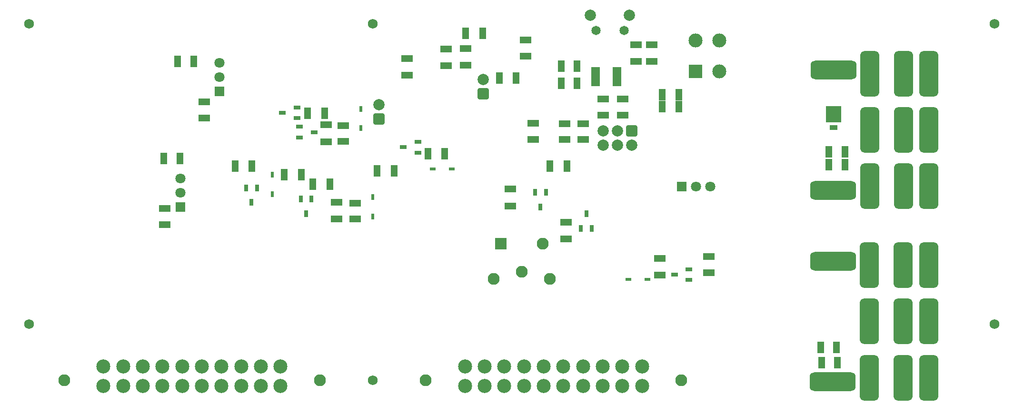
<source format=gbs>
G04*
G04 #@! TF.GenerationSoftware,Altium Limited,Altium Designer,19.0.10 (269)*
G04*
G04 Layer_Color=16711935*
%FSLAX44Y44*%
%MOMM*%
G71*
G01*
G75*
%ADD43R,2.0032X1.2532*%
%ADD51R,1.2332X2.0732*%
%ADD52R,1.2532X2.0032*%
%ADD53R,1.2032X0.8032*%
%ADD54R,0.8032X1.2032*%
%ADD58R,2.7432X2.8732*%
%ADD59R,1.4732X0.9652*%
%ADD63R,2.0732X1.2332*%
G04:AMPARAMS|DCode=66|XSize=3.4032mm|YSize=8.2032mm|CornerRadius=0.9016mm|HoleSize=0mm|Usage=FLASHONLY|Rotation=270.000|XOffset=0mm|YOffset=0mm|HoleType=Round|Shape=RoundedRectangle|*
%AMROUNDEDRECTD66*
21,1,3.4032,6.4000,0,0,270.0*
21,1,1.6000,8.2032,0,0,270.0*
1,1,1.8032,-3.2000,-0.8000*
1,1,1.8032,-3.2000,0.8000*
1,1,1.8032,3.2000,0.8000*
1,1,1.8032,3.2000,-0.8000*
%
%ADD66ROUNDEDRECTD66*%
G04:AMPARAMS|DCode=67|XSize=3.4032mm|YSize=8.2032mm|CornerRadius=0.9016mm|HoleSize=0mm|Usage=FLASHONLY|Rotation=0.000|XOffset=0mm|YOffset=0mm|HoleType=Round|Shape=RoundedRectangle|*
%AMROUNDEDRECTD67*
21,1,3.4032,6.4000,0,0,0.0*
21,1,1.6000,8.2032,0,0,0.0*
1,1,1.8032,0.8000,-3.2000*
1,1,1.8032,-0.8000,-3.2000*
1,1,1.8032,-0.8000,3.2000*
1,1,1.8032,0.8000,3.2000*
%
%ADD67ROUNDEDRECTD67*%
%ADD68C,2.0032*%
G04:AMPARAMS|DCode=69|XSize=2.0032mm|YSize=2.0032mm|CornerRadius=0.3266mm|HoleSize=0mm|Usage=FLASHONLY|Rotation=180.000|XOffset=0mm|YOffset=0mm|HoleType=Round|Shape=RoundedRectangle|*
%AMROUNDEDRECTD69*
21,1,2.0032,1.3500,0,0,180.0*
21,1,1.3500,2.0032,0,0,180.0*
1,1,0.6532,-0.6750,0.6750*
1,1,0.6532,0.6750,0.6750*
1,1,0.6532,0.6750,-0.6750*
1,1,0.6532,-0.6750,-0.6750*
%
%ADD69ROUNDEDRECTD69*%
%ADD70R,1.8032X1.8032*%
%ADD71C,1.8032*%
%ADD72C,2.5032*%
%ADD73C,2.1032*%
%ADD74R,2.4892X2.4892*%
%ADD75C,2.4892*%
G04:AMPARAMS|DCode=76|XSize=2.0032mm|YSize=2.0032mm|CornerRadius=0.3266mm|HoleSize=0mm|Usage=FLASHONLY|Rotation=90.000|XOffset=0mm|YOffset=0mm|HoleType=Round|Shape=RoundedRectangle|*
%AMROUNDEDRECTD76*
21,1,2.0032,1.3500,0,0,90.0*
21,1,1.3500,2.0032,0,0,90.0*
1,1,0.6532,0.6750,0.6750*
1,1,0.6532,0.6750,-0.6750*
1,1,0.6532,-0.6750,-0.6750*
1,1,0.6532,-0.6750,0.6750*
%
%ADD76ROUNDEDRECTD76*%
%ADD77C,1.6532*%
%ADD78C,1.7272*%
%ADD79R,2.1032X2.1032*%
%ADD80R,1.8032X1.8032*%
%ADD114R,1.1112X0.6008*%
%ADD115R,0.6008X1.1112*%
%ADD116R,1.6032X3.5032*%
D43*
X1056386Y746746D02*
D03*
Y776746D02*
D03*
X957326Y805510D02*
D03*
Y835510D02*
D03*
X1180846Y1092530D02*
D03*
Y1062530D02*
D03*
X1208786D02*
D03*
Y1092530D02*
D03*
X877316Y1085940D02*
D03*
Y1055940D02*
D03*
X843026Y1084670D02*
D03*
Y1054670D02*
D03*
X773176Y1067920D02*
D03*
Y1037920D02*
D03*
X647700Y812306D02*
D03*
Y782306D02*
D03*
X1222756Y712560D02*
D03*
Y682560D02*
D03*
X629666Y949810D02*
D03*
Y919810D02*
D03*
D51*
X1538708Y527050D02*
D03*
X1510308D02*
D03*
X1552000Y878602D02*
D03*
X1523600D02*
D03*
X1508784Y553466D02*
D03*
X1537184D02*
D03*
X1523600Y901602D02*
D03*
X1552000D02*
D03*
X369292Y889762D02*
D03*
X340892D02*
D03*
X393930Y1062990D02*
D03*
X365530D02*
D03*
X1075666Y1054430D02*
D03*
X1047266D02*
D03*
X1075666Y1023950D02*
D03*
X1047266D02*
D03*
D52*
X1256806Y982040D02*
D03*
X1226806D02*
D03*
X750076Y867740D02*
D03*
X720076D02*
D03*
X554976Y861390D02*
D03*
X584976D02*
D03*
X1226806Y1003630D02*
D03*
X1256806D02*
D03*
X810486Y898220D02*
D03*
X840486D02*
D03*
X467586Y876630D02*
D03*
X497586D02*
D03*
X605776Y843850D02*
D03*
X635776D02*
D03*
X596378Y970026D02*
D03*
X626378D02*
D03*
X907556Y1112850D02*
D03*
X877556D02*
D03*
X1027670Y876808D02*
D03*
X1057670D02*
D03*
X967246Y1032840D02*
D03*
X937246D02*
D03*
D53*
X766734Y909980D02*
D03*
X792734Y919480D02*
D03*
Y900480D02*
D03*
X1248872Y683514D02*
D03*
X1274872Y693014D02*
D03*
Y674014D02*
D03*
X608122Y936752D02*
D03*
X582122Y927252D02*
D03*
Y946252D02*
D03*
X551642Y971042D02*
D03*
X577642Y980542D02*
D03*
Y961542D02*
D03*
D54*
X506172Y837692D02*
D03*
X487172D02*
D03*
X496672Y811692D02*
D03*
X1092200Y791510D02*
D03*
X1101700Y765510D02*
D03*
X1082700D02*
D03*
X1010666Y803610D02*
D03*
X1001166Y829610D02*
D03*
X1020166D02*
D03*
X593598Y791926D02*
D03*
X584098Y817926D02*
D03*
X603098D02*
D03*
D58*
X1531800Y968587D02*
D03*
D59*
Y945077D02*
D03*
D63*
X412242Y990292D02*
D03*
Y961892D02*
D03*
X680974Y782344D02*
D03*
Y810744D02*
D03*
X1309624Y687094D02*
D03*
Y715494D02*
D03*
X660146Y920280D02*
D03*
Y948680D02*
D03*
X341884Y800734D02*
D03*
Y772334D02*
D03*
X983996Y1100380D02*
D03*
Y1071980D02*
D03*
X1121966Y967160D02*
D03*
Y995560D02*
D03*
X1156716Y967160D02*
D03*
Y995560D02*
D03*
X997458Y924076D02*
D03*
Y952476D02*
D03*
X1086866Y923390D02*
D03*
Y951790D02*
D03*
X1053846D02*
D03*
Y923390D02*
D03*
D66*
X1530550Y492967D02*
D03*
X1531050Y706967D02*
D03*
X1531800Y1047602D02*
D03*
X1531300Y833602D02*
D03*
D67*
X1595050Y499967D02*
D03*
Y599967D02*
D03*
Y699967D02*
D03*
X1655800Y499967D02*
D03*
Y599967D02*
D03*
Y699967D02*
D03*
X1700800Y499967D02*
D03*
Y599967D02*
D03*
Y699967D02*
D03*
X1701550Y1040602D02*
D03*
Y940602D02*
D03*
Y840602D02*
D03*
X1656550Y1040602D02*
D03*
Y940602D02*
D03*
Y840602D02*
D03*
X1595800Y1040602D02*
D03*
Y940602D02*
D03*
Y840602D02*
D03*
D68*
X1173226Y913460D02*
D03*
X1147826Y938860D02*
D03*
X1122426D02*
D03*
Y913460D02*
D03*
X1147826D02*
D03*
X909066Y1030300D02*
D03*
X1099016Y1144600D02*
D03*
X1169016D02*
D03*
X723646Y985850D02*
D03*
D69*
X1173226Y938860D02*
D03*
D70*
X1262126Y839800D02*
D03*
D71*
X1287526D02*
D03*
X1312926D02*
D03*
X369824Y854202D02*
D03*
Y828802D02*
D03*
X439420Y1059942D02*
D03*
Y1034542D02*
D03*
D72*
X1191271Y484920D02*
D03*
X1156271D02*
D03*
X1121271D02*
D03*
X1086271D02*
D03*
X1051271D02*
D03*
X1016271D02*
D03*
X981271D02*
D03*
X946271D02*
D03*
X911271D02*
D03*
X876271D02*
D03*
X1191271Y519920D02*
D03*
X1156271D02*
D03*
X1121271D02*
D03*
X1086271D02*
D03*
X1051271D02*
D03*
X1016271D02*
D03*
X981271D02*
D03*
X946271D02*
D03*
X911271D02*
D03*
X876271D02*
D03*
X548326Y484920D02*
D03*
X513326D02*
D03*
X478326D02*
D03*
X443326D02*
D03*
X408326D02*
D03*
X373326D02*
D03*
X338326D02*
D03*
X303326D02*
D03*
X268326D02*
D03*
X233326D02*
D03*
X548326Y519920D02*
D03*
X513326D02*
D03*
X478326D02*
D03*
X443326D02*
D03*
X408326D02*
D03*
X373326D02*
D03*
X338326D02*
D03*
X303326D02*
D03*
X268326D02*
D03*
X233326D02*
D03*
D73*
X1261271Y495320D02*
D03*
X806271D02*
D03*
X618326D02*
D03*
X163326D02*
D03*
X927138Y675732D02*
D03*
X977138Y688232D02*
D03*
X1027138Y675732D02*
D03*
X1014638Y738232D02*
D03*
D74*
X1286541Y1045032D02*
D03*
D75*
X1286516Y1100150D02*
D03*
X1328553Y1044880D02*
D03*
Y1100150D02*
D03*
D76*
X909066Y1004900D02*
D03*
X723646Y960450D02*
D03*
D77*
X1159016Y1117600D02*
D03*
X1109016D02*
D03*
D78*
X712216Y495320D02*
D03*
X1818326Y594920D02*
D03*
Y1129360D02*
D03*
X101346Y594920D02*
D03*
X712216Y1129360D02*
D03*
X101346D02*
D03*
D79*
X939638Y738232D02*
D03*
D80*
X369824Y803402D02*
D03*
X439420Y1009142D02*
D03*
D114*
X853186Y871550D02*
D03*
X818686D02*
D03*
X1166666Y674700D02*
D03*
X1201166D02*
D03*
D115*
X533756Y860860D02*
D03*
Y826360D02*
D03*
X712216Y821490D02*
D03*
Y786990D02*
D03*
X691134Y978386D02*
D03*
Y943886D02*
D03*
D116*
X1108366Y1035380D02*
D03*
X1146366D02*
D03*
M02*

</source>
